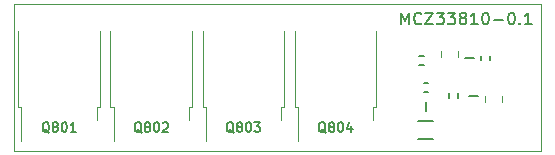
<source format=gto>
G04 #@! TF.GenerationSoftware,KiCad,Pcbnew,7.0.9*
G04 #@! TF.CreationDate,2024-03-10T08:24:15+03:00*
G04 #@! TF.ProjectId,hellen1-mcz33810,68656c6c-656e-4312-9d6d-637a33333831,rev?*
G04 #@! TF.SameCoordinates,PX507d780PY4a62f80*
G04 #@! TF.FileFunction,Legend,Top*
G04 #@! TF.FilePolarity,Positive*
%FSLAX46Y46*%
G04 Gerber Fmt 4.6, Leading zero omitted, Abs format (unit mm)*
G04 Created by KiCad (PCBNEW 7.0.9) date 2024-03-10 08:24:15*
%MOMM*%
%LPD*%
G01*
G04 APERTURE LIST*
%ADD10C,0.200000*%
%ADD11C,0.170000*%
%ADD12C,0.100000*%
%ADD13C,0.120000*%
%ADD14C,0.203200*%
G04 APERTURE END LIST*
D10*
X32850000Y10747781D02*
X32850000Y11747781D01*
X32850000Y11747781D02*
X33183333Y11033496D01*
X33183333Y11033496D02*
X33516666Y11747781D01*
X33516666Y11747781D02*
X33516666Y10747781D01*
X34564285Y10843020D02*
X34516666Y10795400D01*
X34516666Y10795400D02*
X34373809Y10747781D01*
X34373809Y10747781D02*
X34278571Y10747781D01*
X34278571Y10747781D02*
X34135714Y10795400D01*
X34135714Y10795400D02*
X34040476Y10890639D01*
X34040476Y10890639D02*
X33992857Y10985877D01*
X33992857Y10985877D02*
X33945238Y11176353D01*
X33945238Y11176353D02*
X33945238Y11319210D01*
X33945238Y11319210D02*
X33992857Y11509686D01*
X33992857Y11509686D02*
X34040476Y11604924D01*
X34040476Y11604924D02*
X34135714Y11700162D01*
X34135714Y11700162D02*
X34278571Y11747781D01*
X34278571Y11747781D02*
X34373809Y11747781D01*
X34373809Y11747781D02*
X34516666Y11700162D01*
X34516666Y11700162D02*
X34564285Y11652543D01*
X34897619Y11747781D02*
X35564285Y11747781D01*
X35564285Y11747781D02*
X34897619Y10747781D01*
X34897619Y10747781D02*
X35564285Y10747781D01*
X35850000Y11747781D02*
X36469047Y11747781D01*
X36469047Y11747781D02*
X36135714Y11366829D01*
X36135714Y11366829D02*
X36278571Y11366829D01*
X36278571Y11366829D02*
X36373809Y11319210D01*
X36373809Y11319210D02*
X36421428Y11271591D01*
X36421428Y11271591D02*
X36469047Y11176353D01*
X36469047Y11176353D02*
X36469047Y10938258D01*
X36469047Y10938258D02*
X36421428Y10843020D01*
X36421428Y10843020D02*
X36373809Y10795400D01*
X36373809Y10795400D02*
X36278571Y10747781D01*
X36278571Y10747781D02*
X35992857Y10747781D01*
X35992857Y10747781D02*
X35897619Y10795400D01*
X35897619Y10795400D02*
X35850000Y10843020D01*
X36802381Y11747781D02*
X37421428Y11747781D01*
X37421428Y11747781D02*
X37088095Y11366829D01*
X37088095Y11366829D02*
X37230952Y11366829D01*
X37230952Y11366829D02*
X37326190Y11319210D01*
X37326190Y11319210D02*
X37373809Y11271591D01*
X37373809Y11271591D02*
X37421428Y11176353D01*
X37421428Y11176353D02*
X37421428Y10938258D01*
X37421428Y10938258D02*
X37373809Y10843020D01*
X37373809Y10843020D02*
X37326190Y10795400D01*
X37326190Y10795400D02*
X37230952Y10747781D01*
X37230952Y10747781D02*
X36945238Y10747781D01*
X36945238Y10747781D02*
X36850000Y10795400D01*
X36850000Y10795400D02*
X36802381Y10843020D01*
X37992857Y11319210D02*
X37897619Y11366829D01*
X37897619Y11366829D02*
X37850000Y11414448D01*
X37850000Y11414448D02*
X37802381Y11509686D01*
X37802381Y11509686D02*
X37802381Y11557305D01*
X37802381Y11557305D02*
X37850000Y11652543D01*
X37850000Y11652543D02*
X37897619Y11700162D01*
X37897619Y11700162D02*
X37992857Y11747781D01*
X37992857Y11747781D02*
X38183333Y11747781D01*
X38183333Y11747781D02*
X38278571Y11700162D01*
X38278571Y11700162D02*
X38326190Y11652543D01*
X38326190Y11652543D02*
X38373809Y11557305D01*
X38373809Y11557305D02*
X38373809Y11509686D01*
X38373809Y11509686D02*
X38326190Y11414448D01*
X38326190Y11414448D02*
X38278571Y11366829D01*
X38278571Y11366829D02*
X38183333Y11319210D01*
X38183333Y11319210D02*
X37992857Y11319210D01*
X37992857Y11319210D02*
X37897619Y11271591D01*
X37897619Y11271591D02*
X37850000Y11223972D01*
X37850000Y11223972D02*
X37802381Y11128734D01*
X37802381Y11128734D02*
X37802381Y10938258D01*
X37802381Y10938258D02*
X37850000Y10843020D01*
X37850000Y10843020D02*
X37897619Y10795400D01*
X37897619Y10795400D02*
X37992857Y10747781D01*
X37992857Y10747781D02*
X38183333Y10747781D01*
X38183333Y10747781D02*
X38278571Y10795400D01*
X38278571Y10795400D02*
X38326190Y10843020D01*
X38326190Y10843020D02*
X38373809Y10938258D01*
X38373809Y10938258D02*
X38373809Y11128734D01*
X38373809Y11128734D02*
X38326190Y11223972D01*
X38326190Y11223972D02*
X38278571Y11271591D01*
X38278571Y11271591D02*
X38183333Y11319210D01*
X39326190Y10747781D02*
X38754762Y10747781D01*
X39040476Y10747781D02*
X39040476Y11747781D01*
X39040476Y11747781D02*
X38945238Y11604924D01*
X38945238Y11604924D02*
X38850000Y11509686D01*
X38850000Y11509686D02*
X38754762Y11462067D01*
X39945238Y11747781D02*
X40040476Y11747781D01*
X40040476Y11747781D02*
X40135714Y11700162D01*
X40135714Y11700162D02*
X40183333Y11652543D01*
X40183333Y11652543D02*
X40230952Y11557305D01*
X40230952Y11557305D02*
X40278571Y11366829D01*
X40278571Y11366829D02*
X40278571Y11128734D01*
X40278571Y11128734D02*
X40230952Y10938258D01*
X40230952Y10938258D02*
X40183333Y10843020D01*
X40183333Y10843020D02*
X40135714Y10795400D01*
X40135714Y10795400D02*
X40040476Y10747781D01*
X40040476Y10747781D02*
X39945238Y10747781D01*
X39945238Y10747781D02*
X39850000Y10795400D01*
X39850000Y10795400D02*
X39802381Y10843020D01*
X39802381Y10843020D02*
X39754762Y10938258D01*
X39754762Y10938258D02*
X39707143Y11128734D01*
X39707143Y11128734D02*
X39707143Y11366829D01*
X39707143Y11366829D02*
X39754762Y11557305D01*
X39754762Y11557305D02*
X39802381Y11652543D01*
X39802381Y11652543D02*
X39850000Y11700162D01*
X39850000Y11700162D02*
X39945238Y11747781D01*
X40707143Y11128734D02*
X41469048Y11128734D01*
X42135714Y11747781D02*
X42230952Y11747781D01*
X42230952Y11747781D02*
X42326190Y11700162D01*
X42326190Y11700162D02*
X42373809Y11652543D01*
X42373809Y11652543D02*
X42421428Y11557305D01*
X42421428Y11557305D02*
X42469047Y11366829D01*
X42469047Y11366829D02*
X42469047Y11128734D01*
X42469047Y11128734D02*
X42421428Y10938258D01*
X42421428Y10938258D02*
X42373809Y10843020D01*
X42373809Y10843020D02*
X42326190Y10795400D01*
X42326190Y10795400D02*
X42230952Y10747781D01*
X42230952Y10747781D02*
X42135714Y10747781D01*
X42135714Y10747781D02*
X42040476Y10795400D01*
X42040476Y10795400D02*
X41992857Y10843020D01*
X41992857Y10843020D02*
X41945238Y10938258D01*
X41945238Y10938258D02*
X41897619Y11128734D01*
X41897619Y11128734D02*
X41897619Y11366829D01*
X41897619Y11366829D02*
X41945238Y11557305D01*
X41945238Y11557305D02*
X41992857Y11652543D01*
X41992857Y11652543D02*
X42040476Y11700162D01*
X42040476Y11700162D02*
X42135714Y11747781D01*
X42897619Y10843020D02*
X42945238Y10795400D01*
X42945238Y10795400D02*
X42897619Y10747781D01*
X42897619Y10747781D02*
X42850000Y10795400D01*
X42850000Y10795400D02*
X42897619Y10843020D01*
X42897619Y10843020D02*
X42897619Y10747781D01*
X43897618Y10747781D02*
X43326190Y10747781D01*
X43611904Y10747781D02*
X43611904Y11747781D01*
X43611904Y11747781D02*
X43516666Y11604924D01*
X43516666Y11604924D02*
X43421428Y11509686D01*
X43421428Y11509686D02*
X43326190Y11462067D01*
D11*
X18661904Y1562555D02*
X18585714Y1600650D01*
X18585714Y1600650D02*
X18509523Y1676840D01*
X18509523Y1676840D02*
X18395237Y1791126D01*
X18395237Y1791126D02*
X18319047Y1829221D01*
X18319047Y1829221D02*
X18242856Y1829221D01*
X18280952Y1638745D02*
X18204761Y1676840D01*
X18204761Y1676840D02*
X18128571Y1753031D01*
X18128571Y1753031D02*
X18090475Y1905412D01*
X18090475Y1905412D02*
X18090475Y2172079D01*
X18090475Y2172079D02*
X18128571Y2324460D01*
X18128571Y2324460D02*
X18204761Y2400650D01*
X18204761Y2400650D02*
X18280952Y2438745D01*
X18280952Y2438745D02*
X18433333Y2438745D01*
X18433333Y2438745D02*
X18509523Y2400650D01*
X18509523Y2400650D02*
X18585714Y2324460D01*
X18585714Y2324460D02*
X18623809Y2172079D01*
X18623809Y2172079D02*
X18623809Y1905412D01*
X18623809Y1905412D02*
X18585714Y1753031D01*
X18585714Y1753031D02*
X18509523Y1676840D01*
X18509523Y1676840D02*
X18433333Y1638745D01*
X18433333Y1638745D02*
X18280952Y1638745D01*
X19080951Y2095888D02*
X19004761Y2133983D01*
X19004761Y2133983D02*
X18966666Y2172079D01*
X18966666Y2172079D02*
X18928570Y2248269D01*
X18928570Y2248269D02*
X18928570Y2286364D01*
X18928570Y2286364D02*
X18966666Y2362555D01*
X18966666Y2362555D02*
X19004761Y2400650D01*
X19004761Y2400650D02*
X19080951Y2438745D01*
X19080951Y2438745D02*
X19233332Y2438745D01*
X19233332Y2438745D02*
X19309523Y2400650D01*
X19309523Y2400650D02*
X19347618Y2362555D01*
X19347618Y2362555D02*
X19385713Y2286364D01*
X19385713Y2286364D02*
X19385713Y2248269D01*
X19385713Y2248269D02*
X19347618Y2172079D01*
X19347618Y2172079D02*
X19309523Y2133983D01*
X19309523Y2133983D02*
X19233332Y2095888D01*
X19233332Y2095888D02*
X19080951Y2095888D01*
X19080951Y2095888D02*
X19004761Y2057793D01*
X19004761Y2057793D02*
X18966666Y2019698D01*
X18966666Y2019698D02*
X18928570Y1943507D01*
X18928570Y1943507D02*
X18928570Y1791126D01*
X18928570Y1791126D02*
X18966666Y1714936D01*
X18966666Y1714936D02*
X19004761Y1676840D01*
X19004761Y1676840D02*
X19080951Y1638745D01*
X19080951Y1638745D02*
X19233332Y1638745D01*
X19233332Y1638745D02*
X19309523Y1676840D01*
X19309523Y1676840D02*
X19347618Y1714936D01*
X19347618Y1714936D02*
X19385713Y1791126D01*
X19385713Y1791126D02*
X19385713Y1943507D01*
X19385713Y1943507D02*
X19347618Y2019698D01*
X19347618Y2019698D02*
X19309523Y2057793D01*
X19309523Y2057793D02*
X19233332Y2095888D01*
X19880952Y2438745D02*
X19957142Y2438745D01*
X19957142Y2438745D02*
X20033333Y2400650D01*
X20033333Y2400650D02*
X20071428Y2362555D01*
X20071428Y2362555D02*
X20109523Y2286364D01*
X20109523Y2286364D02*
X20147618Y2133983D01*
X20147618Y2133983D02*
X20147618Y1943507D01*
X20147618Y1943507D02*
X20109523Y1791126D01*
X20109523Y1791126D02*
X20071428Y1714936D01*
X20071428Y1714936D02*
X20033333Y1676840D01*
X20033333Y1676840D02*
X19957142Y1638745D01*
X19957142Y1638745D02*
X19880952Y1638745D01*
X19880952Y1638745D02*
X19804761Y1676840D01*
X19804761Y1676840D02*
X19766666Y1714936D01*
X19766666Y1714936D02*
X19728571Y1791126D01*
X19728571Y1791126D02*
X19690475Y1943507D01*
X19690475Y1943507D02*
X19690475Y2133983D01*
X19690475Y2133983D02*
X19728571Y2286364D01*
X19728571Y2286364D02*
X19766666Y2362555D01*
X19766666Y2362555D02*
X19804761Y2400650D01*
X19804761Y2400650D02*
X19880952Y2438745D01*
X20414285Y2438745D02*
X20909523Y2438745D01*
X20909523Y2438745D02*
X20642857Y2133983D01*
X20642857Y2133983D02*
X20757142Y2133983D01*
X20757142Y2133983D02*
X20833333Y2095888D01*
X20833333Y2095888D02*
X20871428Y2057793D01*
X20871428Y2057793D02*
X20909523Y1981602D01*
X20909523Y1981602D02*
X20909523Y1791126D01*
X20909523Y1791126D02*
X20871428Y1714936D01*
X20871428Y1714936D02*
X20833333Y1676840D01*
X20833333Y1676840D02*
X20757142Y1638745D01*
X20757142Y1638745D02*
X20528571Y1638745D01*
X20528571Y1638745D02*
X20452380Y1676840D01*
X20452380Y1676840D02*
X20414285Y1714936D01*
X26461904Y1562555D02*
X26385714Y1600650D01*
X26385714Y1600650D02*
X26309523Y1676840D01*
X26309523Y1676840D02*
X26195237Y1791126D01*
X26195237Y1791126D02*
X26119047Y1829221D01*
X26119047Y1829221D02*
X26042856Y1829221D01*
X26080952Y1638745D02*
X26004761Y1676840D01*
X26004761Y1676840D02*
X25928571Y1753031D01*
X25928571Y1753031D02*
X25890475Y1905412D01*
X25890475Y1905412D02*
X25890475Y2172079D01*
X25890475Y2172079D02*
X25928571Y2324460D01*
X25928571Y2324460D02*
X26004761Y2400650D01*
X26004761Y2400650D02*
X26080952Y2438745D01*
X26080952Y2438745D02*
X26233333Y2438745D01*
X26233333Y2438745D02*
X26309523Y2400650D01*
X26309523Y2400650D02*
X26385714Y2324460D01*
X26385714Y2324460D02*
X26423809Y2172079D01*
X26423809Y2172079D02*
X26423809Y1905412D01*
X26423809Y1905412D02*
X26385714Y1753031D01*
X26385714Y1753031D02*
X26309523Y1676840D01*
X26309523Y1676840D02*
X26233333Y1638745D01*
X26233333Y1638745D02*
X26080952Y1638745D01*
X26880951Y2095888D02*
X26804761Y2133983D01*
X26804761Y2133983D02*
X26766666Y2172079D01*
X26766666Y2172079D02*
X26728570Y2248269D01*
X26728570Y2248269D02*
X26728570Y2286364D01*
X26728570Y2286364D02*
X26766666Y2362555D01*
X26766666Y2362555D02*
X26804761Y2400650D01*
X26804761Y2400650D02*
X26880951Y2438745D01*
X26880951Y2438745D02*
X27033332Y2438745D01*
X27033332Y2438745D02*
X27109523Y2400650D01*
X27109523Y2400650D02*
X27147618Y2362555D01*
X27147618Y2362555D02*
X27185713Y2286364D01*
X27185713Y2286364D02*
X27185713Y2248269D01*
X27185713Y2248269D02*
X27147618Y2172079D01*
X27147618Y2172079D02*
X27109523Y2133983D01*
X27109523Y2133983D02*
X27033332Y2095888D01*
X27033332Y2095888D02*
X26880951Y2095888D01*
X26880951Y2095888D02*
X26804761Y2057793D01*
X26804761Y2057793D02*
X26766666Y2019698D01*
X26766666Y2019698D02*
X26728570Y1943507D01*
X26728570Y1943507D02*
X26728570Y1791126D01*
X26728570Y1791126D02*
X26766666Y1714936D01*
X26766666Y1714936D02*
X26804761Y1676840D01*
X26804761Y1676840D02*
X26880951Y1638745D01*
X26880951Y1638745D02*
X27033332Y1638745D01*
X27033332Y1638745D02*
X27109523Y1676840D01*
X27109523Y1676840D02*
X27147618Y1714936D01*
X27147618Y1714936D02*
X27185713Y1791126D01*
X27185713Y1791126D02*
X27185713Y1943507D01*
X27185713Y1943507D02*
X27147618Y2019698D01*
X27147618Y2019698D02*
X27109523Y2057793D01*
X27109523Y2057793D02*
X27033332Y2095888D01*
X27680952Y2438745D02*
X27757142Y2438745D01*
X27757142Y2438745D02*
X27833333Y2400650D01*
X27833333Y2400650D02*
X27871428Y2362555D01*
X27871428Y2362555D02*
X27909523Y2286364D01*
X27909523Y2286364D02*
X27947618Y2133983D01*
X27947618Y2133983D02*
X27947618Y1943507D01*
X27947618Y1943507D02*
X27909523Y1791126D01*
X27909523Y1791126D02*
X27871428Y1714936D01*
X27871428Y1714936D02*
X27833333Y1676840D01*
X27833333Y1676840D02*
X27757142Y1638745D01*
X27757142Y1638745D02*
X27680952Y1638745D01*
X27680952Y1638745D02*
X27604761Y1676840D01*
X27604761Y1676840D02*
X27566666Y1714936D01*
X27566666Y1714936D02*
X27528571Y1791126D01*
X27528571Y1791126D02*
X27490475Y1943507D01*
X27490475Y1943507D02*
X27490475Y2133983D01*
X27490475Y2133983D02*
X27528571Y2286364D01*
X27528571Y2286364D02*
X27566666Y2362555D01*
X27566666Y2362555D02*
X27604761Y2400650D01*
X27604761Y2400650D02*
X27680952Y2438745D01*
X28633333Y2172079D02*
X28633333Y1638745D01*
X28442857Y2476840D02*
X28252380Y1905412D01*
X28252380Y1905412D02*
X28747619Y1905412D01*
X10861904Y1562555D02*
X10785714Y1600650D01*
X10785714Y1600650D02*
X10709523Y1676840D01*
X10709523Y1676840D02*
X10595237Y1791126D01*
X10595237Y1791126D02*
X10519047Y1829221D01*
X10519047Y1829221D02*
X10442856Y1829221D01*
X10480952Y1638745D02*
X10404761Y1676840D01*
X10404761Y1676840D02*
X10328571Y1753031D01*
X10328571Y1753031D02*
X10290475Y1905412D01*
X10290475Y1905412D02*
X10290475Y2172079D01*
X10290475Y2172079D02*
X10328571Y2324460D01*
X10328571Y2324460D02*
X10404761Y2400650D01*
X10404761Y2400650D02*
X10480952Y2438745D01*
X10480952Y2438745D02*
X10633333Y2438745D01*
X10633333Y2438745D02*
X10709523Y2400650D01*
X10709523Y2400650D02*
X10785714Y2324460D01*
X10785714Y2324460D02*
X10823809Y2172079D01*
X10823809Y2172079D02*
X10823809Y1905412D01*
X10823809Y1905412D02*
X10785714Y1753031D01*
X10785714Y1753031D02*
X10709523Y1676840D01*
X10709523Y1676840D02*
X10633333Y1638745D01*
X10633333Y1638745D02*
X10480952Y1638745D01*
X11280951Y2095888D02*
X11204761Y2133983D01*
X11204761Y2133983D02*
X11166666Y2172079D01*
X11166666Y2172079D02*
X11128570Y2248269D01*
X11128570Y2248269D02*
X11128570Y2286364D01*
X11128570Y2286364D02*
X11166666Y2362555D01*
X11166666Y2362555D02*
X11204761Y2400650D01*
X11204761Y2400650D02*
X11280951Y2438745D01*
X11280951Y2438745D02*
X11433332Y2438745D01*
X11433332Y2438745D02*
X11509523Y2400650D01*
X11509523Y2400650D02*
X11547618Y2362555D01*
X11547618Y2362555D02*
X11585713Y2286364D01*
X11585713Y2286364D02*
X11585713Y2248269D01*
X11585713Y2248269D02*
X11547618Y2172079D01*
X11547618Y2172079D02*
X11509523Y2133983D01*
X11509523Y2133983D02*
X11433332Y2095888D01*
X11433332Y2095888D02*
X11280951Y2095888D01*
X11280951Y2095888D02*
X11204761Y2057793D01*
X11204761Y2057793D02*
X11166666Y2019698D01*
X11166666Y2019698D02*
X11128570Y1943507D01*
X11128570Y1943507D02*
X11128570Y1791126D01*
X11128570Y1791126D02*
X11166666Y1714936D01*
X11166666Y1714936D02*
X11204761Y1676840D01*
X11204761Y1676840D02*
X11280951Y1638745D01*
X11280951Y1638745D02*
X11433332Y1638745D01*
X11433332Y1638745D02*
X11509523Y1676840D01*
X11509523Y1676840D02*
X11547618Y1714936D01*
X11547618Y1714936D02*
X11585713Y1791126D01*
X11585713Y1791126D02*
X11585713Y1943507D01*
X11585713Y1943507D02*
X11547618Y2019698D01*
X11547618Y2019698D02*
X11509523Y2057793D01*
X11509523Y2057793D02*
X11433332Y2095888D01*
X12080952Y2438745D02*
X12157142Y2438745D01*
X12157142Y2438745D02*
X12233333Y2400650D01*
X12233333Y2400650D02*
X12271428Y2362555D01*
X12271428Y2362555D02*
X12309523Y2286364D01*
X12309523Y2286364D02*
X12347618Y2133983D01*
X12347618Y2133983D02*
X12347618Y1943507D01*
X12347618Y1943507D02*
X12309523Y1791126D01*
X12309523Y1791126D02*
X12271428Y1714936D01*
X12271428Y1714936D02*
X12233333Y1676840D01*
X12233333Y1676840D02*
X12157142Y1638745D01*
X12157142Y1638745D02*
X12080952Y1638745D01*
X12080952Y1638745D02*
X12004761Y1676840D01*
X12004761Y1676840D02*
X11966666Y1714936D01*
X11966666Y1714936D02*
X11928571Y1791126D01*
X11928571Y1791126D02*
X11890475Y1943507D01*
X11890475Y1943507D02*
X11890475Y2133983D01*
X11890475Y2133983D02*
X11928571Y2286364D01*
X11928571Y2286364D02*
X11966666Y2362555D01*
X11966666Y2362555D02*
X12004761Y2400650D01*
X12004761Y2400650D02*
X12080952Y2438745D01*
X12652380Y2362555D02*
X12690476Y2400650D01*
X12690476Y2400650D02*
X12766666Y2438745D01*
X12766666Y2438745D02*
X12957142Y2438745D01*
X12957142Y2438745D02*
X13033333Y2400650D01*
X13033333Y2400650D02*
X13071428Y2362555D01*
X13071428Y2362555D02*
X13109523Y2286364D01*
X13109523Y2286364D02*
X13109523Y2210174D01*
X13109523Y2210174D02*
X13071428Y2095888D01*
X13071428Y2095888D02*
X12614285Y1638745D01*
X12614285Y1638745D02*
X13109523Y1638745D01*
X3061904Y1562555D02*
X2985714Y1600650D01*
X2985714Y1600650D02*
X2909523Y1676840D01*
X2909523Y1676840D02*
X2795237Y1791126D01*
X2795237Y1791126D02*
X2719047Y1829221D01*
X2719047Y1829221D02*
X2642856Y1829221D01*
X2680952Y1638745D02*
X2604761Y1676840D01*
X2604761Y1676840D02*
X2528571Y1753031D01*
X2528571Y1753031D02*
X2490475Y1905412D01*
X2490475Y1905412D02*
X2490475Y2172079D01*
X2490475Y2172079D02*
X2528571Y2324460D01*
X2528571Y2324460D02*
X2604761Y2400650D01*
X2604761Y2400650D02*
X2680952Y2438745D01*
X2680952Y2438745D02*
X2833333Y2438745D01*
X2833333Y2438745D02*
X2909523Y2400650D01*
X2909523Y2400650D02*
X2985714Y2324460D01*
X2985714Y2324460D02*
X3023809Y2172079D01*
X3023809Y2172079D02*
X3023809Y1905412D01*
X3023809Y1905412D02*
X2985714Y1753031D01*
X2985714Y1753031D02*
X2909523Y1676840D01*
X2909523Y1676840D02*
X2833333Y1638745D01*
X2833333Y1638745D02*
X2680952Y1638745D01*
X3480951Y2095888D02*
X3404761Y2133983D01*
X3404761Y2133983D02*
X3366666Y2172079D01*
X3366666Y2172079D02*
X3328570Y2248269D01*
X3328570Y2248269D02*
X3328570Y2286364D01*
X3328570Y2286364D02*
X3366666Y2362555D01*
X3366666Y2362555D02*
X3404761Y2400650D01*
X3404761Y2400650D02*
X3480951Y2438745D01*
X3480951Y2438745D02*
X3633332Y2438745D01*
X3633332Y2438745D02*
X3709523Y2400650D01*
X3709523Y2400650D02*
X3747618Y2362555D01*
X3747618Y2362555D02*
X3785713Y2286364D01*
X3785713Y2286364D02*
X3785713Y2248269D01*
X3785713Y2248269D02*
X3747618Y2172079D01*
X3747618Y2172079D02*
X3709523Y2133983D01*
X3709523Y2133983D02*
X3633332Y2095888D01*
X3633332Y2095888D02*
X3480951Y2095888D01*
X3480951Y2095888D02*
X3404761Y2057793D01*
X3404761Y2057793D02*
X3366666Y2019698D01*
X3366666Y2019698D02*
X3328570Y1943507D01*
X3328570Y1943507D02*
X3328570Y1791126D01*
X3328570Y1791126D02*
X3366666Y1714936D01*
X3366666Y1714936D02*
X3404761Y1676840D01*
X3404761Y1676840D02*
X3480951Y1638745D01*
X3480951Y1638745D02*
X3633332Y1638745D01*
X3633332Y1638745D02*
X3709523Y1676840D01*
X3709523Y1676840D02*
X3747618Y1714936D01*
X3747618Y1714936D02*
X3785713Y1791126D01*
X3785713Y1791126D02*
X3785713Y1943507D01*
X3785713Y1943507D02*
X3747618Y2019698D01*
X3747618Y2019698D02*
X3709523Y2057793D01*
X3709523Y2057793D02*
X3633332Y2095888D01*
X4280952Y2438745D02*
X4357142Y2438745D01*
X4357142Y2438745D02*
X4433333Y2400650D01*
X4433333Y2400650D02*
X4471428Y2362555D01*
X4471428Y2362555D02*
X4509523Y2286364D01*
X4509523Y2286364D02*
X4547618Y2133983D01*
X4547618Y2133983D02*
X4547618Y1943507D01*
X4547618Y1943507D02*
X4509523Y1791126D01*
X4509523Y1791126D02*
X4471428Y1714936D01*
X4471428Y1714936D02*
X4433333Y1676840D01*
X4433333Y1676840D02*
X4357142Y1638745D01*
X4357142Y1638745D02*
X4280952Y1638745D01*
X4280952Y1638745D02*
X4204761Y1676840D01*
X4204761Y1676840D02*
X4166666Y1714936D01*
X4166666Y1714936D02*
X4128571Y1791126D01*
X4128571Y1791126D02*
X4090475Y1943507D01*
X4090475Y1943507D02*
X4090475Y2133983D01*
X4090475Y2133983D02*
X4128571Y2286364D01*
X4128571Y2286364D02*
X4166666Y2362555D01*
X4166666Y2362555D02*
X4204761Y2400650D01*
X4204761Y2400650D02*
X4280952Y2438745D01*
X5309523Y1638745D02*
X4852380Y1638745D01*
X5080952Y1638745D02*
X5080952Y2438745D01*
X5080952Y2438745D02*
X5004761Y2324460D01*
X5004761Y2324460D02*
X4928571Y2248269D01*
X4928571Y2248269D02*
X4852380Y2210174D01*
D12*
G04 #@! TO.C,M801*
X50000Y12450000D02*
X44700000Y12450000D01*
X44700000Y12450000D02*
X44700000Y50000D01*
X44700000Y50000D02*
X50000Y50000D01*
X50000Y50000D02*
X50000Y12450000D01*
D13*
G04 #@! TO.C,Q803*
X16030000Y3730000D02*
X16300000Y3730000D01*
X16300000Y3730000D02*
X16300000Y900000D01*
X22660000Y3730000D02*
X22660000Y2630000D01*
X22930000Y3730000D02*
X22660000Y3730000D01*
X16030000Y10150000D02*
X16030000Y3730000D01*
X22930000Y10150000D02*
X22930000Y3730000D01*
G04 #@! TO.C,Q804*
X23830000Y3730000D02*
X24100000Y3730000D01*
X24100000Y3730000D02*
X24100000Y900000D01*
X30460000Y3730000D02*
X30460000Y2630000D01*
X30730000Y3730000D02*
X30460000Y3730000D01*
X23830000Y10150000D02*
X23830000Y3730000D01*
X30730000Y10150000D02*
X30730000Y3730000D01*
D10*
G04 #@! TO.C,R805*
X34250000Y2600000D02*
X35550000Y2602928D01*
X34250000Y1000000D02*
X35550000Y1000000D01*
G04 #@! TO.C,C804*
X38600014Y4700000D02*
X39349999Y4700000D01*
D14*
G04 #@! TO.C,R804*
X37620840Y4498944D02*
X37620851Y4898943D01*
X36875005Y4500000D02*
X36875015Y4900000D01*
D13*
G04 #@! TO.C,Q802*
X8230000Y3730000D02*
X8500000Y3730000D01*
X8500000Y3730000D02*
X8500000Y900000D01*
X14860000Y3730000D02*
X14860000Y2630000D01*
X15130000Y3730000D02*
X14860000Y3730000D01*
X8230000Y10150000D02*
X8230000Y3730000D01*
X15130000Y10150000D02*
X15130000Y3730000D01*
D14*
G04 #@! TO.C,R803*
X35151056Y5770840D02*
X34751057Y5770851D01*
X35150000Y5025005D02*
X34750000Y5025015D01*
D13*
G04 #@! TO.C,C802*
X36215000Y7988748D02*
X36215000Y8511252D01*
X37685000Y7988748D02*
X37685000Y8511252D01*
D14*
G04 #@! TO.C,R801*
X39579160Y8101056D02*
X39579149Y7701057D01*
X40324995Y8100000D02*
X40324985Y7700000D01*
D13*
G04 #@! TO.C,Q801*
X430000Y3730000D02*
X700000Y3730000D01*
X700000Y3730000D02*
X700000Y900000D01*
X7060000Y3730000D02*
X7060000Y2630000D01*
X7330000Y3730000D02*
X7060000Y3730000D01*
X430000Y10150000D02*
X430000Y3730000D01*
X7330000Y10150000D02*
X7330000Y3730000D01*
D14*
G04 #@! TO.C,R802*
X34348944Y7329160D02*
X34748943Y7329149D01*
X34350000Y8074995D02*
X34750000Y8074985D01*
D13*
G04 #@! TO.C,C805*
X41385000Y4711252D02*
X41385000Y4188748D01*
X39915000Y4711252D02*
X39915000Y4188748D01*
D10*
G04 #@! TO.C,C801*
X38999986Y7900000D02*
X38250001Y7900000D01*
G04 #@! TO.C,C803*
X34950000Y4149986D02*
X34950000Y3400001D01*
G04 #@! TD*
M02*

</source>
